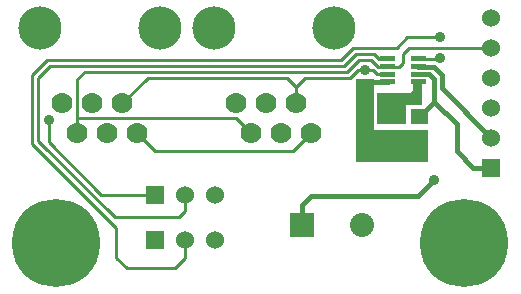
<source format=gbr>
G04 start of page 2 for group 0 idx 0 *
G04 Title: (unknown), component *
G04 Creator: pcb 20110918 *
G04 CreationDate: Sun 25 Aug 2013 04:17:39 AM GMT UTC *
G04 For: railfan *
G04 Format: Gerber/RS-274X *
G04 PCB-Dimensions: 170000 100000 *
G04 PCB-Coordinate-Origin: lower left *
%MOIN*%
%FSLAX25Y25*%
%LNTOP*%
%ADD27C,0.1285*%
%ADD26C,0.0380*%
%ADD25C,0.0480*%
%ADD24C,0.0350*%
%ADD23C,0.1280*%
%ADD22C,0.0200*%
%ADD21C,0.0360*%
%ADD20R,0.0512X0.0512*%
%ADD19R,0.0165X0.0165*%
%ADD18C,0.0600*%
%ADD17C,0.2937*%
%ADD16C,0.0800*%
%ADD15C,0.0700*%
%ADD14C,0.1440*%
%ADD13C,0.0150*%
%ADD12C,0.0100*%
%ADD11C,0.0001*%
G54D11*G36*
X124000Y56500D02*Y64500D01*
X133500D01*
Y56500D01*
X124000D01*
G37*
G36*
X136000Y71000D02*X139000D01*
Y63000D01*
X136000D01*
Y71000D01*
G37*
G36*
X124000Y63000D02*Y67000D01*
X139000D01*
Y63000D01*
X124000D01*
G37*
G36*
X137000Y69000D02*Y65500D01*
X133500D01*
X137000Y69000D01*
G37*
G36*
X117000Y54500D02*X141000D01*
Y44000D01*
X117000D01*
Y54500D01*
G37*
G36*
Y71500D02*X123000D01*
Y44500D01*
X117000D01*
Y71500D01*
G37*
G54D12*X97000Y69000D02*Y63500D01*
Y69000D02*X94000Y72000D01*
X100000D02*X97000Y69000D01*
X96000Y47500D02*X102000Y53500D01*
G54D13*X143000Y64043D02*X150500Y56543D01*
Y47500D01*
X156000Y42000D01*
X145500Y68500D02*X162000Y52000D01*
X137655Y73220D02*X141280D01*
X143000Y71500D01*
Y64043D01*
X138000Y59043D01*
X143000Y38000D02*X137500Y32500D01*
X156000Y42000D02*X162000D01*
X137500Y32500D02*X102000D01*
X99000Y29500D01*
Y23000D01*
G54D12*X115000Y72000D02*X100000D01*
G54D13*X137655Y75780D02*X142720D01*
G54D12*X131280D02*X132500Y77000D01*
Y80000D01*
X134500Y82000D01*
G54D13*X142720Y75780D02*X145500Y73000D01*
Y68500D01*
G54D12*X134500Y82000D02*X162000D01*
X137655Y78340D02*X144840D01*
X145000Y78500D01*
Y85500D02*X134000D01*
X130500Y82000D01*
G54D13*X127345Y70660D02*X120000D01*
G54D12*X127345Y73220D02*X123780D01*
X131280Y75780D02*X124220D01*
X124660Y78340D02*X123000Y80000D01*
X117000D01*
X116000Y82000D02*X112000Y78000D01*
X117000Y80000D02*X113000Y76000D01*
X118000Y78000D02*X114000Y74000D01*
X123780Y73220D02*X122500Y74500D01*
X124220Y75780D02*X122000Y78000D01*
X127345Y78340D02*X124660D01*
X122500Y74500D02*X117500D01*
X122000Y78000D02*X118000D01*
X117500Y74500D02*X115000Y72000D01*
X116000Y82000D02*X130500D01*
X14000Y78000D02*X9000Y73000D01*
X15000Y76000D02*X11000Y72000D01*
X26500Y74000D02*X24000Y71500D01*
X9000Y73000D02*Y50000D01*
X11000Y72000D02*Y51000D01*
X24000Y71500D02*Y53500D01*
X14500Y50500D02*Y58000D01*
X9000Y50000D02*X37000Y22000D01*
X11000Y51000D02*X36500Y25500D01*
X32000Y33000D02*X14500Y50500D01*
X37000Y22000D02*Y12000D01*
X40500Y8500D01*
X56500D01*
X60000Y12000D01*
Y18000D01*
X36500Y25500D02*X58000D01*
X60000Y27500D01*
X32000Y33000D02*X50000D01*
X60000Y27500D02*Y33000D01*
X44000Y53500D02*X50000Y47500D01*
X96000D01*
X82000Y53500D02*X77000Y58500D01*
X24000D01*
X94000Y72000D02*X47500D01*
X39000Y63500D01*
X14000Y78000D02*X112000D01*
X15000Y76000D02*X113000D01*
X26500Y74000D02*X114000D01*
G54D14*X109500Y88500D03*
G54D15*X102000Y53500D03*
X97000Y63500D03*
X92000Y53500D03*
X87000Y63500D03*
X82000Y53500D03*
X77000Y63500D03*
G54D11*G36*
X95000Y27000D02*Y19000D01*
X103000D01*
Y27000D01*
X95000D01*
G37*
G54D16*X119000Y23000D03*
G54D11*G36*
X159000Y45000D02*Y39000D01*
X165000D01*
Y45000D01*
X159000D01*
G37*
G54D17*X153000Y17000D03*
G54D18*X162000Y52000D03*
Y62000D03*
Y72000D03*
Y82000D03*
Y92000D03*
G54D14*X69500Y88500D03*
X51500D03*
X11500D03*
G54D15*X44000Y53500D03*
X39000Y63500D03*
X29000D03*
X19000D03*
X34000Y53500D03*
X24000D03*
G54D17*X17000Y17000D03*
G54D11*G36*
X47000Y36000D02*Y30000D01*
X53000D01*
Y36000D01*
X47000D01*
G37*
G54D18*X60000Y33000D03*
X70000D03*
G54D11*G36*
X47000Y21000D02*Y15000D01*
X53000D01*
Y21000D01*
X47000D01*
G37*
G54D18*X60000Y18000D03*
X70000D03*
G54D19*X136080Y70660D02*X139230D01*
X136080Y73220D02*X139230D01*
X136080Y75780D02*X139230D01*
X125770Y78340D02*X128920D01*
X125770Y75780D02*X128920D01*
X125770Y73220D02*X128920D01*
X125770Y70660D02*X128920D01*
X136080Y78340D02*X139230D01*
G54D20*X126607Y59043D02*X127393D01*
X126607Y51957D02*X127393D01*
X137607Y59043D02*X138393D01*
X137607Y51957D02*X138393D01*
G54D21*X120000Y74500D03*
X126500Y64500D03*
X131000D03*
X145000Y78500D03*
Y85500D03*
X143000Y38000D03*
X132500Y51000D03*
Y46500D03*
X14500Y58000D03*
X120000Y51000D03*
Y46500D03*
Y55500D03*
G54D22*G54D23*G54D24*G54D25*G54D26*G54D27*G54D26*G54D23*G54D24*G54D27*G54D26*M02*

</source>
